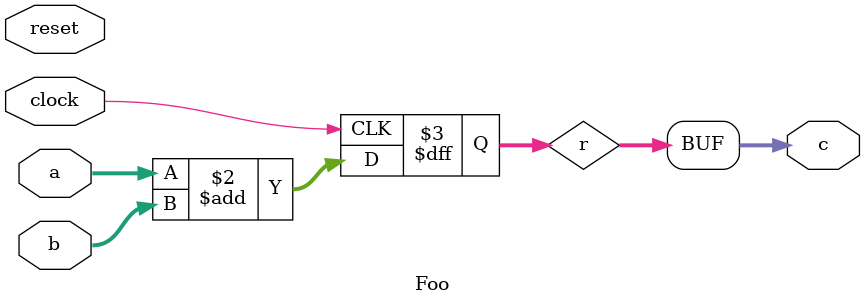
<source format=sv>

`ifndef RANDOMIZE
  `ifdef RANDOMIZE_REG_INIT
    `define RANDOMIZE
  `endif // RANDOMIZE_REG_INIT
`endif // not def RANDOMIZE
`ifndef SYNTHESIS
  `ifndef ENABLE_INITIAL_REG_
    `define ENABLE_INITIAL_REG_
  `endif // not def ENABLE_INITIAL_REG_
`endif // not def SYNTHESIS

// Standard header to adapt well known macros for register randomization.

// RANDOM may be set to an expression that produces a 32-bit random unsigned value.
`ifndef RANDOM
  `define RANDOM $random
`endif // not def RANDOM

// Users can define INIT_RANDOM as general code that gets injected into the
// initializer block for modules with registers.
`ifndef INIT_RANDOM
  `define INIT_RANDOM
`endif // not def INIT_RANDOM

// If using random initialization, you can also define RANDOMIZE_DELAY to
// customize the delay used, otherwise 0.002 is used.
`ifndef RANDOMIZE_DELAY
  `define RANDOMIZE_DELAY 0.002
`endif // not def RANDOMIZE_DELAY

// Define INIT_RANDOM_PROLOG_ for use in our modules below.
`ifndef INIT_RANDOM_PROLOG_
  `ifdef RANDOMIZE
    `ifdef VERILATOR
      `define INIT_RANDOM_PROLOG_ `INIT_RANDOM
    `else  // VERILATOR
      `define INIT_RANDOM_PROLOG_ `INIT_RANDOM #`RANDOMIZE_DELAY begin end
    `endif // VERILATOR
  `else  // RANDOMIZE
    `define INIT_RANDOM_PROLOG_
  `endif // RANDOMIZE
`endif // not def INIT_RANDOM_PROLOG_
module Foo(	// src/test/scala/MedianTest.scala:9:9
  input        clock,	// src/test/scala/MedianTest.scala:9:9
               reset,	// src/test/scala/MedianTest.scala:9:9
  input  [7:0] a,	// src/test/scala/MedianTest.scala:10:18
               b,	// src/test/scala/MedianTest.scala:10:18
  output [7:0] c	// src/test/scala/MedianTest.scala:11:15
);

  reg [7:0] r;	// src/test/scala/MedianTest.scala:13:24
  always @(posedge clock)	// src/test/scala/MedianTest.scala:9:9
    r <= a + b;	// src/test/scala/MedianTest.scala:13:24, :15:13
  `ifdef ENABLE_INITIAL_REG_	// src/test/scala/MedianTest.scala:9:9
    `ifdef FIRRTL_BEFORE_INITIAL	// src/test/scala/MedianTest.scala:9:9
      `FIRRTL_BEFORE_INITIAL	// src/test/scala/MedianTest.scala:9:9
    `endif // FIRRTL_BEFORE_INITIAL
    initial begin	// src/test/scala/MedianTest.scala:9:9
      automatic logic [31:0] _RANDOM[0:0];	// src/test/scala/MedianTest.scala:9:9
      `ifdef INIT_RANDOM_PROLOG_	// src/test/scala/MedianTest.scala:9:9
        `INIT_RANDOM_PROLOG_	// src/test/scala/MedianTest.scala:9:9
      `endif // INIT_RANDOM_PROLOG_
      `ifdef RANDOMIZE_REG_INIT	// src/test/scala/MedianTest.scala:9:9
        _RANDOM[/*Zero width*/ 1'b0] = `RANDOM;	// src/test/scala/MedianTest.scala:9:9
        r = _RANDOM[/*Zero width*/ 1'b0][7:0];	// src/test/scala/MedianTest.scala:9:9, :13:24
      `endif // RANDOMIZE_REG_INIT
    end // initial
    `ifdef FIRRTL_AFTER_INITIAL	// src/test/scala/MedianTest.scala:9:9
      `FIRRTL_AFTER_INITIAL	// src/test/scala/MedianTest.scala:9:9
    `endif // FIRRTL_AFTER_INITIAL
  `endif // ENABLE_INITIAL_REG_
  assign c = r;	// src/test/scala/MedianTest.scala:9:9, :13:24
endmodule


</source>
